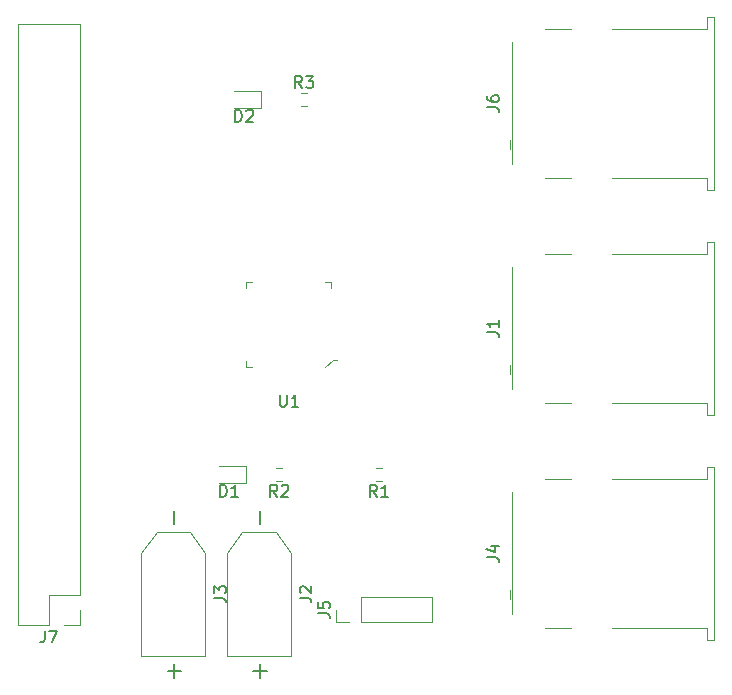
<source format=gto>
%TF.GenerationSoftware,KiCad,Pcbnew,5.1.9*%
%TF.CreationDate,2021-11-11T19:59:09-07:00*%
%TF.ProjectId,pirate-board,70697261-7465-42d6-926f-6172642e6b69,v1.1*%
%TF.SameCoordinates,Original*%
%TF.FileFunction,Legend,Top*%
%TF.FilePolarity,Positive*%
%FSLAX46Y46*%
G04 Gerber Fmt 4.6, Leading zero omitted, Abs format (unit mm)*
G04 Created by KiCad (PCBNEW 5.1.9) date 2021-11-11 19:59:09*
%MOMM*%
%LPD*%
G01*
G04 APERTURE LIST*
%ADD10C,0.120000*%
%ADD11C,0.100000*%
%ADD12C,0.150000*%
G04 APERTURE END LIST*
D10*
%TO.C,J6*%
X177570000Y-71470000D02*
X175390000Y-71470000D01*
X177570000Y-84090000D02*
X175390000Y-84090000D01*
X181070000Y-71470000D02*
X189040000Y-71470000D01*
X189040000Y-71470000D02*
X189040000Y-70470000D01*
X189040000Y-70470000D02*
X189660000Y-70470000D01*
X189660000Y-70470000D02*
X189660000Y-85090000D01*
X189660000Y-85090000D02*
X189040000Y-85090000D01*
X189040000Y-85090000D02*
X189040000Y-84090000D01*
X189040000Y-84090000D02*
X181070000Y-84090000D01*
X172540000Y-82970000D02*
X172540000Y-72590000D01*
X172390000Y-80880000D02*
X172390000Y-81680000D01*
%TO.C,R1*%
X161527258Y-108697500D02*
X161052742Y-108697500D01*
X161527258Y-109742500D02*
X161052742Y-109742500D01*
%TO.C,J3*%
X145290000Y-114130000D02*
X142470000Y-114130000D01*
X142470000Y-114130000D02*
X141170000Y-115830000D01*
X145290000Y-114130000D02*
X146590000Y-115830000D01*
X141170000Y-115830000D02*
X141170000Y-124550000D01*
X146590000Y-124550000D02*
X141170000Y-124550000D01*
X146590000Y-115830000D02*
X146590000Y-124550000D01*
%TO.C,J2*%
X152540000Y-114130000D02*
X149720000Y-114130000D01*
X149720000Y-114130000D02*
X148420000Y-115830000D01*
X152540000Y-114130000D02*
X153840000Y-115830000D01*
X148420000Y-115830000D02*
X148420000Y-124550000D01*
X153840000Y-124550000D02*
X148420000Y-124550000D01*
X153840000Y-115830000D02*
X153840000Y-124550000D01*
%TO.C,D1*%
X147790000Y-109955000D02*
X150075000Y-109955000D01*
X150075000Y-109955000D02*
X150075000Y-108485000D01*
X150075000Y-108485000D02*
X147790000Y-108485000D01*
%TO.C,D2*%
X151345000Y-76735000D02*
X149060000Y-76735000D01*
X151345000Y-78205000D02*
X151345000Y-76735000D01*
X149060000Y-78205000D02*
X151345000Y-78205000D01*
%TO.C,J1*%
X177570000Y-90520000D02*
X175390000Y-90520000D01*
X177570000Y-103140000D02*
X175390000Y-103140000D01*
X181070000Y-90520000D02*
X189040000Y-90520000D01*
X189040000Y-90520000D02*
X189040000Y-89520000D01*
X189040000Y-89520000D02*
X189660000Y-89520000D01*
X189660000Y-89520000D02*
X189660000Y-104140000D01*
X189660000Y-104140000D02*
X189040000Y-104140000D01*
X189040000Y-104140000D02*
X189040000Y-103140000D01*
X189040000Y-103140000D02*
X181070000Y-103140000D01*
X172540000Y-102020000D02*
X172540000Y-91640000D01*
X172390000Y-99930000D02*
X172390000Y-100730000D01*
%TO.C,J4*%
X172390000Y-118980000D02*
X172390000Y-119780000D01*
X172540000Y-121070000D02*
X172540000Y-110690000D01*
X189040000Y-122190000D02*
X181070000Y-122190000D01*
X189040000Y-123190000D02*
X189040000Y-122190000D01*
X189660000Y-123190000D02*
X189040000Y-123190000D01*
X189660000Y-108570000D02*
X189660000Y-123190000D01*
X189040000Y-108570000D02*
X189660000Y-108570000D01*
X189040000Y-109570000D02*
X189040000Y-108570000D01*
X181070000Y-109570000D02*
X189040000Y-109570000D01*
X177570000Y-122190000D02*
X175390000Y-122190000D01*
X177570000Y-109570000D02*
X175390000Y-109570000D01*
%TO.C,J5*%
X157690000Y-121710000D02*
X157690000Y-120650000D01*
X158750000Y-121710000D02*
X157690000Y-121710000D01*
X159750000Y-121710000D02*
X159750000Y-119590000D01*
X159750000Y-119590000D02*
X165810000Y-119590000D01*
X159750000Y-121710000D02*
X165810000Y-121710000D01*
X165810000Y-121710000D02*
X165810000Y-119590000D01*
%TO.C,J7*%
X135950000Y-121980000D02*
X134620000Y-121980000D01*
X135950000Y-120650000D02*
X135950000Y-121980000D01*
X133350000Y-121980000D02*
X130750000Y-121980000D01*
X133350000Y-119380000D02*
X133350000Y-121980000D01*
X135950000Y-119380000D02*
X133350000Y-119380000D01*
X130750000Y-121980000D02*
X130750000Y-71060000D01*
X135950000Y-119380000D02*
X135950000Y-71060000D01*
X135950000Y-71060000D02*
X130750000Y-71060000D01*
%TO.C,R2*%
X153082258Y-108697500D02*
X152607742Y-108697500D01*
X153082258Y-109742500D02*
X152607742Y-109742500D01*
%TO.C,R3*%
X154702742Y-76947500D02*
X155177258Y-76947500D01*
X154702742Y-77992500D02*
X155177258Y-77992500D01*
D11*
%TO.C,U1*%
X157370000Y-99520000D02*
X157770000Y-99520000D01*
X156770000Y-100120000D02*
X157370000Y-99520000D01*
X150070000Y-100120000D02*
X150070000Y-99620000D01*
X150570000Y-100120000D02*
X150070000Y-100120000D01*
X150070000Y-92920000D02*
X150570000Y-92920000D01*
X150070000Y-93420000D02*
X150070000Y-92920000D01*
X157270000Y-92920000D02*
X156770000Y-92920000D01*
X157270000Y-93420000D02*
X157270000Y-92920000D01*
%TO.C,J6*%
D12*
X170442380Y-78113333D02*
X171156666Y-78113333D01*
X171299523Y-78160952D01*
X171394761Y-78256190D01*
X171442380Y-78399047D01*
X171442380Y-78494285D01*
X170442380Y-77208571D02*
X170442380Y-77399047D01*
X170490000Y-77494285D01*
X170537619Y-77541904D01*
X170680476Y-77637142D01*
X170870952Y-77684761D01*
X171251904Y-77684761D01*
X171347142Y-77637142D01*
X171394761Y-77589523D01*
X171442380Y-77494285D01*
X171442380Y-77303809D01*
X171394761Y-77208571D01*
X171347142Y-77160952D01*
X171251904Y-77113333D01*
X171013809Y-77113333D01*
X170918571Y-77160952D01*
X170870952Y-77208571D01*
X170823333Y-77303809D01*
X170823333Y-77494285D01*
X170870952Y-77589523D01*
X170918571Y-77637142D01*
X171013809Y-77684761D01*
%TO.C,R1*%
X161123333Y-111102380D02*
X160790000Y-110626190D01*
X160551904Y-111102380D02*
X160551904Y-110102380D01*
X160932857Y-110102380D01*
X161028095Y-110150000D01*
X161075714Y-110197619D01*
X161123333Y-110292857D01*
X161123333Y-110435714D01*
X161075714Y-110530952D01*
X161028095Y-110578571D01*
X160932857Y-110626190D01*
X160551904Y-110626190D01*
X162075714Y-111102380D02*
X161504285Y-111102380D01*
X161790000Y-111102380D02*
X161790000Y-110102380D01*
X161694761Y-110245238D01*
X161599523Y-110340476D01*
X161504285Y-110388095D01*
%TO.C,J3*%
X147332380Y-119673333D02*
X148046666Y-119673333D01*
X148189523Y-119720952D01*
X148284761Y-119816190D01*
X148332380Y-119959047D01*
X148332380Y-120054285D01*
X147332380Y-119292380D02*
X147332380Y-118673333D01*
X147713333Y-119006666D01*
X147713333Y-118863809D01*
X147760952Y-118768571D01*
X147808571Y-118720952D01*
X147903809Y-118673333D01*
X148141904Y-118673333D01*
X148237142Y-118720952D01*
X148284761Y-118768571D01*
X148332380Y-118863809D01*
X148332380Y-119149523D01*
X148284761Y-119244761D01*
X148237142Y-119292380D01*
X143987142Y-113411428D02*
X143987142Y-112268571D01*
X143987142Y-126411428D02*
X143987142Y-125268571D01*
X144558571Y-125840000D02*
X143415714Y-125840000D01*
%TO.C,J2*%
X154582380Y-119673333D02*
X155296666Y-119673333D01*
X155439523Y-119720952D01*
X155534761Y-119816190D01*
X155582380Y-119959047D01*
X155582380Y-120054285D01*
X154677619Y-119244761D02*
X154630000Y-119197142D01*
X154582380Y-119101904D01*
X154582380Y-118863809D01*
X154630000Y-118768571D01*
X154677619Y-118720952D01*
X154772857Y-118673333D01*
X154868095Y-118673333D01*
X155010952Y-118720952D01*
X155582380Y-119292380D01*
X155582380Y-118673333D01*
X151237142Y-113411428D02*
X151237142Y-112268571D01*
X151237142Y-126411428D02*
X151237142Y-125268571D01*
X151808571Y-125840000D02*
X150665714Y-125840000D01*
%TO.C,D1*%
X147851904Y-111102380D02*
X147851904Y-110102380D01*
X148090000Y-110102380D01*
X148232857Y-110150000D01*
X148328095Y-110245238D01*
X148375714Y-110340476D01*
X148423333Y-110530952D01*
X148423333Y-110673809D01*
X148375714Y-110864285D01*
X148328095Y-110959523D01*
X148232857Y-111054761D01*
X148090000Y-111102380D01*
X147851904Y-111102380D01*
X149375714Y-111102380D02*
X148804285Y-111102380D01*
X149090000Y-111102380D02*
X149090000Y-110102380D01*
X148994761Y-110245238D01*
X148899523Y-110340476D01*
X148804285Y-110388095D01*
%TO.C,D2*%
X149121904Y-79352380D02*
X149121904Y-78352380D01*
X149360000Y-78352380D01*
X149502857Y-78400000D01*
X149598095Y-78495238D01*
X149645714Y-78590476D01*
X149693333Y-78780952D01*
X149693333Y-78923809D01*
X149645714Y-79114285D01*
X149598095Y-79209523D01*
X149502857Y-79304761D01*
X149360000Y-79352380D01*
X149121904Y-79352380D01*
X150074285Y-78447619D02*
X150121904Y-78400000D01*
X150217142Y-78352380D01*
X150455238Y-78352380D01*
X150550476Y-78400000D01*
X150598095Y-78447619D01*
X150645714Y-78542857D01*
X150645714Y-78638095D01*
X150598095Y-78780952D01*
X150026666Y-79352380D01*
X150645714Y-79352380D01*
%TO.C,J1*%
X170442380Y-97163333D02*
X171156666Y-97163333D01*
X171299523Y-97210952D01*
X171394761Y-97306190D01*
X171442380Y-97449047D01*
X171442380Y-97544285D01*
X171442380Y-96163333D02*
X171442380Y-96734761D01*
X171442380Y-96449047D02*
X170442380Y-96449047D01*
X170585238Y-96544285D01*
X170680476Y-96639523D01*
X170728095Y-96734761D01*
%TO.C,J4*%
X170442380Y-116213333D02*
X171156666Y-116213333D01*
X171299523Y-116260952D01*
X171394761Y-116356190D01*
X171442380Y-116499047D01*
X171442380Y-116594285D01*
X170775714Y-115308571D02*
X171442380Y-115308571D01*
X170394761Y-115546666D02*
X171109047Y-115784761D01*
X171109047Y-115165714D01*
%TO.C,J5*%
X156142380Y-120983333D02*
X156856666Y-120983333D01*
X156999523Y-121030952D01*
X157094761Y-121126190D01*
X157142380Y-121269047D01*
X157142380Y-121364285D01*
X156142380Y-120030952D02*
X156142380Y-120507142D01*
X156618571Y-120554761D01*
X156570952Y-120507142D01*
X156523333Y-120411904D01*
X156523333Y-120173809D01*
X156570952Y-120078571D01*
X156618571Y-120030952D01*
X156713809Y-119983333D01*
X156951904Y-119983333D01*
X157047142Y-120030952D01*
X157094761Y-120078571D01*
X157142380Y-120173809D01*
X157142380Y-120411904D01*
X157094761Y-120507142D01*
X157047142Y-120554761D01*
%TO.C,J7*%
X133016666Y-122432380D02*
X133016666Y-123146666D01*
X132969047Y-123289523D01*
X132873809Y-123384761D01*
X132730952Y-123432380D01*
X132635714Y-123432380D01*
X133397619Y-122432380D02*
X134064285Y-122432380D01*
X133635714Y-123432380D01*
%TO.C,R2*%
X152678333Y-111102380D02*
X152345000Y-110626190D01*
X152106904Y-111102380D02*
X152106904Y-110102380D01*
X152487857Y-110102380D01*
X152583095Y-110150000D01*
X152630714Y-110197619D01*
X152678333Y-110292857D01*
X152678333Y-110435714D01*
X152630714Y-110530952D01*
X152583095Y-110578571D01*
X152487857Y-110626190D01*
X152106904Y-110626190D01*
X153059285Y-110197619D02*
X153106904Y-110150000D01*
X153202142Y-110102380D01*
X153440238Y-110102380D01*
X153535476Y-110150000D01*
X153583095Y-110197619D01*
X153630714Y-110292857D01*
X153630714Y-110388095D01*
X153583095Y-110530952D01*
X153011666Y-111102380D01*
X153630714Y-111102380D01*
%TO.C,R3*%
X154773333Y-76492380D02*
X154440000Y-76016190D01*
X154201904Y-76492380D02*
X154201904Y-75492380D01*
X154582857Y-75492380D01*
X154678095Y-75540000D01*
X154725714Y-75587619D01*
X154773333Y-75682857D01*
X154773333Y-75825714D01*
X154725714Y-75920952D01*
X154678095Y-75968571D01*
X154582857Y-76016190D01*
X154201904Y-76016190D01*
X155106666Y-75492380D02*
X155725714Y-75492380D01*
X155392380Y-75873333D01*
X155535238Y-75873333D01*
X155630476Y-75920952D01*
X155678095Y-75968571D01*
X155725714Y-76063809D01*
X155725714Y-76301904D01*
X155678095Y-76397142D01*
X155630476Y-76444761D01*
X155535238Y-76492380D01*
X155249523Y-76492380D01*
X155154285Y-76444761D01*
X155106666Y-76397142D01*
%TO.C,U1*%
X152908095Y-102472380D02*
X152908095Y-103281904D01*
X152955714Y-103377142D01*
X153003333Y-103424761D01*
X153098571Y-103472380D01*
X153289047Y-103472380D01*
X153384285Y-103424761D01*
X153431904Y-103377142D01*
X153479523Y-103281904D01*
X153479523Y-102472380D01*
X154479523Y-103472380D02*
X153908095Y-103472380D01*
X154193809Y-103472380D02*
X154193809Y-102472380D01*
X154098571Y-102615238D01*
X154003333Y-102710476D01*
X153908095Y-102758095D01*
%TD*%
M02*

</source>
